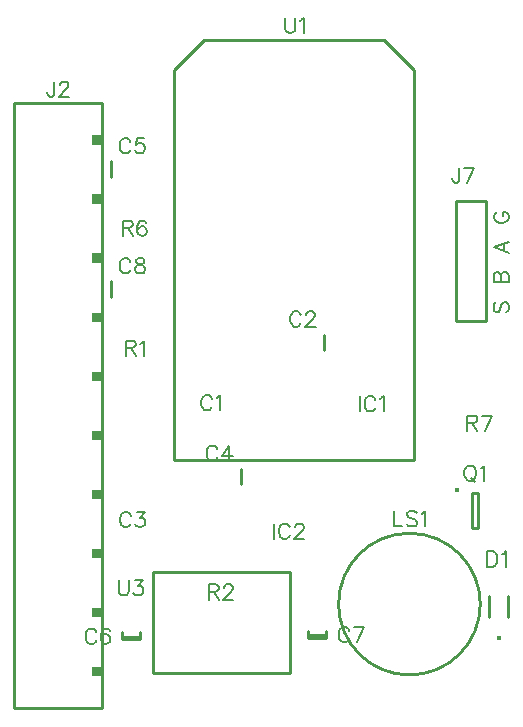
<source format=gbr>
G04 DipTrace 2.4.0.2*
%INToasty_TopSilk.gbr*%
%MOIN*%
%ADD10C,0.0098*%
%ADD20C,0.0157*%
%ADD29C,0.0154*%
%ADD61C,0.0077*%
%FSLAX44Y44*%
G04*
G70*
G90*
G75*
G01*
%LNTopSilk*%
%LPD*%
X10486Y13181D2*
D10*
Y12669D1*
X7715Y8705D2*
Y8193D1*
X3388Y18443D2*
Y18955D1*
X4366Y3104D2*
X3737D1*
X4366Y3030D2*
X3737D1*
X4366D2*
Y3265D1*
X3737Y3030D2*
Y3265D1*
X10565Y3156D2*
X9935D1*
X10565Y3081D2*
X9935D1*
X10565D2*
Y3317D1*
X9935Y3081D2*
Y3317D1*
X3388Y14443D2*
Y14955D1*
X15986Y3764D2*
Y4472D1*
X16616Y3764D2*
Y4472D1*
D20*
X16301Y3075D3*
X3100Y728D2*
D10*
Y20886D1*
X148D1*
Y728D1*
X3100D1*
G36*
X2753Y15570D2*
X3068D1*
Y15887D1*
X2753D1*
Y15570D1*
G37*
G36*
Y11634D2*
X3068D1*
Y11948D1*
X2753D1*
Y11634D1*
G37*
G36*
Y13603D2*
X3068D1*
Y13917D1*
X2753D1*
Y13603D1*
G37*
G36*
Y17540D2*
X3068D1*
Y17854D1*
X2753D1*
Y17540D1*
G37*
G36*
Y19507D2*
X3068D1*
Y19824D1*
X2753D1*
Y19507D1*
G37*
G36*
Y1791D2*
X3068D1*
Y2107D1*
X2753D1*
Y1791D1*
G37*
G36*
Y3760D2*
X3068D1*
Y4074D1*
X2753D1*
Y3760D1*
G37*
G36*
Y9666D2*
X3068D1*
Y9979D1*
X2753D1*
Y9666D1*
G37*
G36*
Y5727D2*
X3068D1*
Y6044D1*
X2753D1*
Y5727D1*
G37*
G36*
Y7697D2*
X3068D1*
Y8013D1*
X2753D1*
Y7697D1*
G37*
X14875Y13625D2*
D10*
X15875D1*
Y17625D1*
X14875D1*
Y13625D1*
X10969Y4199D2*
G02X10969Y4199I2362J0D01*
G01*
D29*
X14904Y8007D3*
X15406Y7915D2*
D10*
Y6734D1*
X15602D1*
Y7915D1*
X15406D1*
X13500Y9000D2*
Y22000D1*
X12500Y23000D1*
X6500D1*
X5500Y22000D1*
Y9000D1*
X13500D1*
X4768Y5258D2*
X9335D1*
Y1911D1*
X4768D1*
Y5258D1*
X6755Y11038D2*
D61*
X6731Y11086D1*
X6683Y11134D1*
X6635Y11157D1*
X6540D1*
X6492Y11134D1*
X6444Y11086D1*
X6420Y11038D1*
X6396Y10966D1*
Y10846D1*
X6420Y10775D1*
X6444Y10727D1*
X6492Y10679D1*
X6540Y10655D1*
X6635D1*
X6683Y10679D1*
X6731Y10727D1*
X6755Y10775D1*
X6909Y11061D2*
X6957Y11086D1*
X7029Y11157D1*
Y10655D1*
X9712Y13833D2*
X9689Y13881D1*
X9641Y13929D1*
X9593Y13953D1*
X9497D1*
X9449Y13929D1*
X9402Y13881D1*
X9377Y13833D1*
X9354Y13761D1*
Y13642D1*
X9377Y13570D1*
X9402Y13522D1*
X9449Y13475D1*
X9497Y13450D1*
X9593D1*
X9641Y13475D1*
X9689Y13522D1*
X9712Y13570D1*
X9891Y13833D2*
Y13857D1*
X9915Y13905D1*
X9939Y13928D1*
X9987Y13952D1*
X10082D1*
X10130Y13928D1*
X10154Y13905D1*
X10178Y13857D1*
Y13809D1*
X10154Y13761D1*
X10106Y13690D1*
X9867Y13450D1*
X10202D1*
X4041Y7146D2*
X4017Y7194D1*
X3969Y7242D1*
X3922Y7266D1*
X3826D1*
X3778Y7242D1*
X3730Y7194D1*
X3706Y7146D1*
X3682Y7074D1*
Y6955D1*
X3706Y6883D1*
X3730Y6835D1*
X3778Y6788D1*
X3826Y6763D1*
X3922D1*
X3969Y6788D1*
X4017Y6835D1*
X4041Y6883D1*
X4243Y7265D2*
X4506D1*
X4363Y7074D1*
X4435D1*
X4482Y7050D1*
X4506Y7026D1*
X4530Y6955D1*
Y6907D1*
X4506Y6835D1*
X4458Y6787D1*
X4387Y6763D1*
X4315D1*
X4243Y6787D1*
X4220Y6811D1*
X4195Y6859D1*
X6929Y9357D2*
X6905Y9404D1*
X6857Y9453D1*
X6809Y9476D1*
X6714D1*
X6666Y9453D1*
X6618Y9404D1*
X6594Y9357D1*
X6570Y9285D1*
Y9165D1*
X6594Y9094D1*
X6618Y9046D1*
X6666Y8998D1*
X6714Y8974D1*
X6809D1*
X6857Y8998D1*
X6905Y9046D1*
X6929Y9094D1*
X7323Y8974D2*
Y9476D1*
X7083Y9141D1*
X7442D1*
X4031Y19607D2*
X4007Y19654D1*
X3959Y19703D1*
X3912Y19726D1*
X3816D1*
X3768Y19703D1*
X3720Y19654D1*
X3696Y19607D1*
X3672Y19535D1*
Y19415D1*
X3696Y19344D1*
X3720Y19296D1*
X3768Y19248D1*
X3816Y19224D1*
X3912D1*
X3959Y19248D1*
X4007Y19296D1*
X4031Y19344D1*
X4472Y19726D2*
X4234D1*
X4210Y19511D1*
X4234Y19535D1*
X4305Y19559D1*
X4377D1*
X4449Y19535D1*
X4497Y19487D1*
X4520Y19415D1*
Y19368D1*
X4497Y19296D1*
X4449Y19248D1*
X4377Y19224D1*
X4305D1*
X4234Y19248D1*
X4210Y19272D1*
X4185Y19320D1*
X2894Y3260D2*
X2870Y3308D1*
X2822Y3356D1*
X2774Y3380D1*
X2679D1*
X2631Y3356D1*
X2583Y3308D1*
X2559Y3260D1*
X2535Y3189D1*
Y3069D1*
X2559Y2997D1*
X2583Y2949D1*
X2631Y2902D1*
X2679Y2877D1*
X2774D1*
X2822Y2902D1*
X2870Y2949D1*
X2894Y2997D1*
X3335Y3308D2*
X3311Y3356D1*
X3239Y3379D1*
X3192D1*
X3120Y3356D1*
X3072Y3284D1*
X3048Y3164D1*
Y3045D1*
X3072Y2949D1*
X3120Y2901D1*
X3192Y2877D1*
X3216D1*
X3287Y2901D1*
X3335Y2949D1*
X3359Y3021D1*
Y3045D1*
X3335Y3117D1*
X3287Y3164D1*
X3216Y3188D1*
X3192D1*
X3120Y3164D1*
X3072Y3117D1*
X3048Y3045D1*
X11330Y3312D2*
X11307Y3359D1*
X11259Y3407D1*
X11211Y3431D1*
X11115D1*
X11067Y3407D1*
X11020Y3359D1*
X10995Y3312D1*
X10972Y3240D1*
Y3120D1*
X10995Y3049D1*
X11020Y3000D1*
X11067Y2953D1*
X11115Y2929D1*
X11211D1*
X11259Y2953D1*
X11307Y3000D1*
X11330Y3049D1*
X11580Y2929D2*
X11820Y3430D1*
X11485D1*
X4031Y15607D2*
X4008Y15654D1*
X3959Y15703D1*
X3912Y15726D1*
X3816D1*
X3768Y15703D1*
X3721Y15654D1*
X3696Y15607D1*
X3673Y15535D1*
Y15415D1*
X3696Y15344D1*
X3721Y15296D1*
X3768Y15248D1*
X3816Y15224D1*
X3912D1*
X3959Y15248D1*
X4008Y15296D1*
X4031Y15344D1*
X4305Y15726D2*
X4234Y15702D1*
X4209Y15654D1*
Y15606D1*
X4234Y15559D1*
X4281Y15535D1*
X4377Y15511D1*
X4449Y15487D1*
X4496Y15439D1*
X4520Y15391D1*
Y15320D1*
X4496Y15272D1*
X4473Y15248D1*
X4401Y15224D1*
X4305D1*
X4234Y15248D1*
X4209Y15272D1*
X4186Y15320D1*
Y15391D1*
X4209Y15439D1*
X4258Y15487D1*
X4329Y15511D1*
X4424Y15535D1*
X4473Y15559D1*
X4496Y15606D1*
Y15654D1*
X4473Y15702D1*
X4401Y15726D1*
X4305D1*
X15932Y5953D2*
Y5450D1*
X16099D1*
X16171Y5475D1*
X16219Y5522D1*
X16243Y5570D1*
X16266Y5642D1*
Y5761D1*
X16243Y5833D1*
X16219Y5881D1*
X16171Y5929D1*
X16099Y5953D1*
X15932D1*
X16421Y5857D2*
X16469Y5881D1*
X16541Y5952D1*
Y5450D1*
X11681Y11126D2*
Y10624D1*
X12194Y11007D2*
X12170Y11054D1*
X12122Y11102D1*
X12075Y11126D1*
X11979D1*
X11931Y11102D1*
X11884Y11054D1*
X11859Y11007D1*
X11835Y10935D1*
Y10815D1*
X11859Y10743D1*
X11884Y10695D1*
X11931Y10648D1*
X11979Y10624D1*
X12075D1*
X12122Y10648D1*
X12170Y10695D1*
X12194Y10743D1*
X12349Y11030D2*
X12397Y11054D1*
X12469Y11125D1*
Y10624D1*
X8826Y6876D2*
Y6374D1*
X9339Y6757D2*
X9315Y6804D1*
X9267Y6852D1*
X9219Y6876D1*
X9124D1*
X9076Y6852D1*
X9028Y6804D1*
X9004Y6757D1*
X8980Y6685D1*
Y6565D1*
X9004Y6493D1*
X9028Y6445D1*
X9076Y6398D1*
X9124Y6374D1*
X9219D1*
X9267Y6398D1*
X9315Y6445D1*
X9339Y6493D1*
X9517Y6756D2*
Y6780D1*
X9541Y6828D1*
X9565Y6852D1*
X9613Y6875D1*
X9709D1*
X9756Y6852D1*
X9780Y6828D1*
X9804Y6780D1*
Y6732D1*
X9780Y6684D1*
X9732Y6613D1*
X9493Y6374D1*
X9828D1*
X1499Y21618D2*
Y21236D1*
X1475Y21164D1*
X1451Y21140D1*
X1403Y21116D1*
X1355D1*
X1308Y21140D1*
X1284Y21164D1*
X1260Y21236D1*
Y21283D1*
X1678Y21498D2*
Y21522D1*
X1701Y21570D1*
X1725Y21594D1*
X1773Y21618D1*
X1869D1*
X1916Y21594D1*
X1940Y21570D1*
X1965Y21522D1*
Y21474D1*
X1940Y21426D1*
X1893Y21355D1*
X1653Y21116D1*
X1988D1*
X15000Y18751D2*
Y18368D1*
X14976Y18297D1*
X14952Y18273D1*
X14904Y18249D1*
X14856D1*
X14809Y18273D1*
X14785Y18297D1*
X14761Y18368D1*
Y18416D1*
X15250Y18249D2*
X15489Y18750D1*
X15154D1*
X12805Y7293D2*
Y6791D1*
X13092D1*
X13582Y7221D2*
X13534Y7269D1*
X13462Y7293D1*
X13367D1*
X13295Y7269D1*
X13247Y7221D1*
Y7174D1*
X13271Y7126D1*
X13295Y7102D1*
X13342Y7078D1*
X13486Y7030D1*
X13534Y7006D1*
X13558Y6982D1*
X13582Y6935D1*
Y6863D1*
X13534Y6815D1*
X13462Y6791D1*
X13367D1*
X13295Y6815D1*
X13247Y6863D1*
X13736Y7197D2*
X13784Y7221D1*
X13856Y7293D1*
Y6791D1*
X15310Y8817D2*
X15263Y8793D1*
X15215Y8745D1*
X15191Y8697D1*
X15167Y8625D1*
Y8506D1*
X15191Y8434D1*
X15215Y8387D1*
X15263Y8338D1*
X15310Y8315D1*
X15406D1*
X15454Y8338D1*
X15501Y8387D1*
X15525Y8434D1*
X15550Y8506D1*
Y8625D1*
X15525Y8697D1*
X15501Y8745D1*
X15454Y8793D1*
X15406Y8817D1*
X15310D1*
X15382Y8410D2*
X15525Y8267D1*
X15704Y8720D2*
X15752Y8745D1*
X15824Y8816D1*
Y8314D1*
X3871Y12737D2*
X4086D1*
X4157Y12761D1*
X4182Y12785D1*
X4205Y12833D1*
Y12881D1*
X4182Y12928D1*
X4157Y12953D1*
X4086Y12976D1*
X3871D1*
Y12474D1*
X4038Y12737D2*
X4205Y12474D1*
X4360Y12880D2*
X4408Y12904D1*
X4480Y12976D1*
Y12474D1*
X6639Y4613D2*
X6854D1*
X6926Y4637D1*
X6950Y4661D1*
X6974Y4709D1*
Y4757D1*
X6950Y4804D1*
X6926Y4829D1*
X6854Y4852D1*
X6639D1*
Y4350D1*
X6807Y4613D2*
X6974Y4350D1*
X7153Y4732D2*
Y4756D1*
X7176Y4804D1*
X7200Y4828D1*
X7248Y4852D1*
X7344D1*
X7391Y4828D1*
X7415Y4804D1*
X7440Y4756D1*
Y4709D1*
X7415Y4661D1*
X7368Y4589D1*
X7128Y4350D1*
X7463D1*
X3777Y16737D2*
X3992D1*
X4064Y16761D1*
X4088Y16785D1*
X4112Y16833D1*
Y16881D1*
X4088Y16928D1*
X4064Y16953D1*
X3992Y16976D1*
X3777D1*
Y16474D1*
X3945Y16737D2*
X4112Y16474D1*
X4553Y16904D2*
X4530Y16952D1*
X4458Y16976D1*
X4410D1*
X4338Y16952D1*
X4290Y16880D1*
X4267Y16761D1*
Y16641D1*
X4290Y16546D1*
X4338Y16498D1*
X4410Y16474D1*
X4434D1*
X4505Y16498D1*
X4553Y16546D1*
X4577Y16618D1*
Y16641D1*
X4553Y16713D1*
X4505Y16761D1*
X4434Y16785D1*
X4410D1*
X4338Y16761D1*
X4290Y16713D1*
X4267Y16641D1*
X15263Y10237D2*
X15478D1*
X15550Y10261D1*
X15574Y10285D1*
X15598Y10333D1*
Y10381D1*
X15574Y10428D1*
X15550Y10453D1*
X15478Y10476D1*
X15263D1*
Y9974D1*
X15431Y10237D2*
X15598Y9974D1*
X15848D2*
X16087Y10476D1*
X15752D1*
X9195Y23732D2*
Y23374D1*
X9219Y23302D1*
X9267Y23254D1*
X9339Y23230D1*
X9387D1*
X9458Y23254D1*
X9507Y23302D1*
X9530Y23374D1*
Y23732D1*
X9685Y23636D2*
X9733Y23660D1*
X9805Y23732D1*
Y23230D1*
X3639Y4990D2*
Y4631D1*
X3663Y4560D1*
X3711Y4512D1*
X3783Y4488D1*
X3830D1*
X3902Y4512D1*
X3950Y4560D1*
X3974Y4631D1*
Y4990D1*
X4176D2*
X4439D1*
X4296Y4798D1*
X4368D1*
X4415Y4775D1*
X4439Y4751D1*
X4463Y4679D1*
Y4631D1*
X4439Y4560D1*
X4391Y4511D1*
X4320Y4488D1*
X4248D1*
X4176Y4511D1*
X4153Y4536D1*
X4128Y4583D1*
X16208Y14255D2*
X16160Y14208D1*
X16136Y14136D1*
Y14040D1*
X16160Y13968D1*
X16208Y13920D1*
X16256D1*
X16304Y13945D1*
X16327Y13968D1*
X16351Y14016D1*
X16399Y14160D1*
X16423Y14208D1*
X16447Y14231D1*
X16495Y14255D1*
X16567D1*
X16614Y14208D1*
X16639Y14136D1*
Y14040D1*
X16614Y13968D1*
X16567Y13920D1*
X16663Y16279D2*
X16160Y16087D1*
X16663Y15896D1*
X16495Y15968D2*
Y16207D1*
X16136Y14920D2*
X16639D1*
Y15136D1*
X16614Y15208D1*
X16590Y15231D1*
X16543Y15255D1*
X16471D1*
X16423Y15231D1*
X16399Y15208D1*
X16375Y15136D1*
X16351Y15208D1*
X16327Y15231D1*
X16280Y15255D1*
X16232D1*
X16184Y15231D1*
X16160Y15208D1*
X16136Y15136D1*
Y14920D1*
X16375D2*
Y15136D1*
X16267Y17267D2*
X16220Y17243D1*
X16172Y17195D1*
X16148Y17148D1*
Y17052D1*
X16172Y17004D1*
X16220Y16956D1*
X16267Y16932D1*
X16339Y16908D1*
X16459D1*
X16530Y16932D1*
X16579Y16956D1*
X16626Y17004D1*
X16650Y17052D1*
Y17148D1*
X16626Y17195D1*
X16579Y17243D1*
X16530Y17267D1*
X16459D1*
Y17148D1*
M02*

</source>
